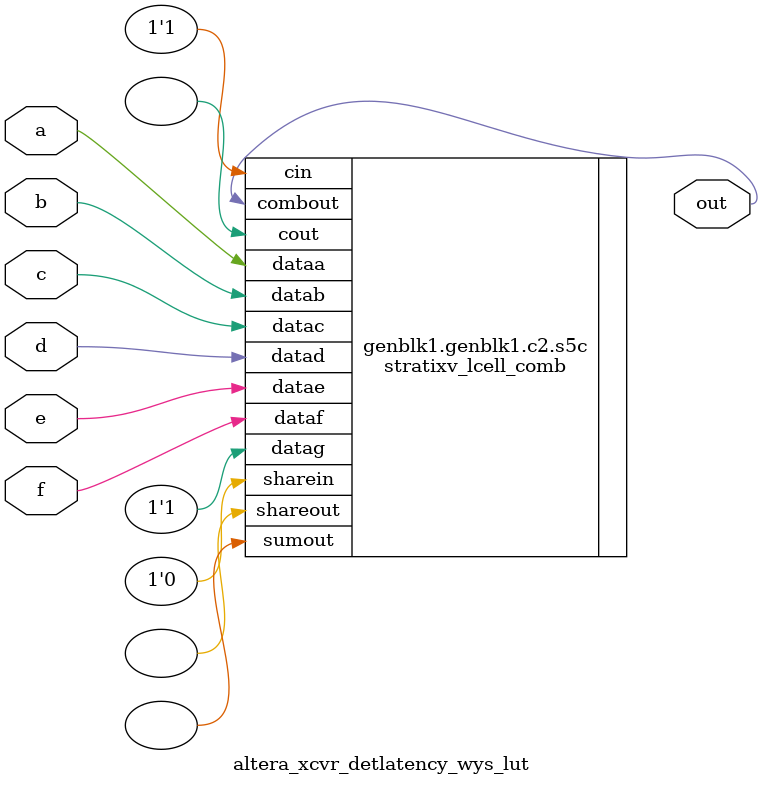
<source format=v>


`timescale 1 ps / 1 ps

// Altera products are protected under numerous U.S. and foreign patents, 
// maskwork rights, copyrights and other intellectual property laws.  
//
// This reference design file, and your use thereof, is subject to and governed
// by the terms and conditions of the applicable Altera Reference Design 
// License Agreement (either as signed by you or found at www.altera.com).  By
// using this reference design file, you indicate your acceptance of such terms
// and conditions between you and Altera Corporation.  In the event that you do
// not agree with such terms and conditions, you may not use the reference 
// design file and please promptly destroy any copies you have made.
//
// This reference design file is being provided on an "as-is" basis and as an 
// accommodation and therefore all warranties, representations or guarantees of 
// any kind (whether express, implied or statutory) including, without 
// limitation, warranties of merchantability, non-infringement, or fitness for
// a particular purpose, are specifically disclaimed.  By making this reference
// design file available, Altera expressly does not recommend, suggest or 
// require that this reference design file be used in combination with any 
// other product not provided by Altera.
/////////////////////////////////////////////////////////////////////////////

module altera_xcvr_detlatency_wys_lut #(
	parameter MASK = 64'h6996966996696996, // xor6
	parameter TARGET_CHIP = 2 // 0 generic, 1 S4, 2 S5, 3 A5, 4 C5
)
(
	input a,b,c,d,e,f,
	output out
);

// Handy masks - 
// 64'h8040201008040201 {a,b,c} == {d,e,f}
// 64'h6996966996696996 xor 6
// 64'h8020080200000000 ({b,c} == {d,e}) && a && f

generate
	if (TARGET_CHIP == 0) begin : c0
		// family neutral / simulation version
		wire [5:0] addr = {f,e,d,c,b,a};
		wire [63:0] tmp = MASK >> addr;
		assign out = tmp[0];
	end
	else if (TARGET_CHIP == 1) begin : c1
		stratixiv_lcell_comb s4c (
		  .dataa (a),.datab (b),.datac (c),.datad (d),.datae (e),.dataf (f),.datag(1'b1),
		  .cin(1'b1),.sharein(1'b0),.sumout(),.cout(),.shareout(),
		  .combout(out));
		defparam s4c .lut_mask = MASK;
		defparam s4c .shared_arith = "off";
		defparam s4c .extended_lut = "off";

	end
	else if (TARGET_CHIP == 2) begin : c2
		stratixv_lcell_comb s5c (
		  .dataa (a),.datab (b),.datac (c),.datad (d),.datae (e),.dataf (f),.datag(1'b1),
		  .cin(1'b1),.sharein(1'b0),.sumout(),.cout(),.shareout(),
		  .combout(out));
		defparam s5c .lut_mask = MASK;
		defparam s5c .shared_arith = "off";
		defparam s5c .extended_lut = "off";
	end
	else if (TARGET_CHIP == 3) begin : c3
		arriav_lcell_comb a5c (
		  .dataa (a),.datab (b),.datac (c),.datad (d),.datae (e),.dataf (f),.datag(1'b1),
		  .cin(1'b1),.sharein(1'b0),.sumout(),.cout(),.shareout(),
		  .combout(out));
		defparam a5c .lut_mask = MASK;
		defparam a5c .shared_arith = "off";
		defparam a5c .extended_lut = "off";
	end
	else if (TARGET_CHIP == 4) begin : c4
		cyclonev_lcell_comb c5c (
		  .dataa (a),.datab (b),.datac (c),.datad (d),.datae (e),.dataf (f),.datag(1'b1),
		  .cin(1'b1),.sharein(1'b0),.sumout(),.cout(),.shareout(),
		  .combout(out));
		defparam c5c .lut_mask = MASK;
		defparam c5c .shared_arith = "off";
		defparam c5c .extended_lut = "off";
	end
	else begin
		// synthesis translate off
		initial begin
			$display ("ERROR: Illegal TARGET_CHIP");
			$stop();
		end
		// synthesis translate on
		assign out = 1'b0;
	end
endgenerate
	

endmodule

// BENCHMARK INFO :  5SGXEA7N2F45C2ES
// BENCHMARK INFO :  Total registers : 0
// BENCHMARK INFO :  Total pins : 7
// BENCHMARK INFO :  Total virtual pins : 0
// BENCHMARK INFO :  Total block memory bits : 0

</source>
